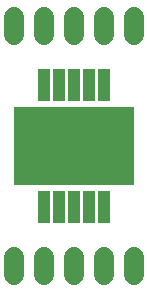
<source format=gts>
G75*
%MOIN*%
%OFA0B0*%
%FSLAX25Y25*%
%IPPOS*%
%LPD*%
%AMOC8*
5,1,8,0,0,1.08239X$1,22.5*
%
%ADD10R,0.39370X0.25197*%
%ADD11R,0.04200X0.11000*%
%ADD12R,0.40170X0.25997*%
%ADD13C,0.03162*%
%ADD14C,0.06800*%
D10*
X0038000Y0056492D03*
D11*
X0038000Y0076840D03*
X0033000Y0076840D03*
X0028000Y0076840D03*
X0043000Y0076840D03*
X0048000Y0076840D03*
X0048000Y0036145D03*
X0043000Y0036145D03*
X0038000Y0036145D03*
X0033000Y0036145D03*
X0028000Y0036145D03*
D12*
X0038000Y0056492D03*
D13*
X0023000Y0046492D03*
X0023000Y0066492D03*
X0053000Y0056492D03*
D14*
X0018000Y0019492D02*
X0018000Y0013492D01*
X0028000Y0013492D02*
X0028000Y0019492D01*
X0038000Y0019492D02*
X0038000Y0013492D01*
X0048000Y0013492D02*
X0048000Y0019492D01*
X0058000Y0019492D02*
X0058000Y0013492D01*
X0058000Y0093492D02*
X0058000Y0099492D01*
X0048000Y0099492D02*
X0048000Y0093492D01*
X0038000Y0093492D02*
X0038000Y0099492D01*
X0028000Y0099492D02*
X0028000Y0093492D01*
X0018000Y0093492D02*
X0018000Y0099492D01*
M02*

</source>
